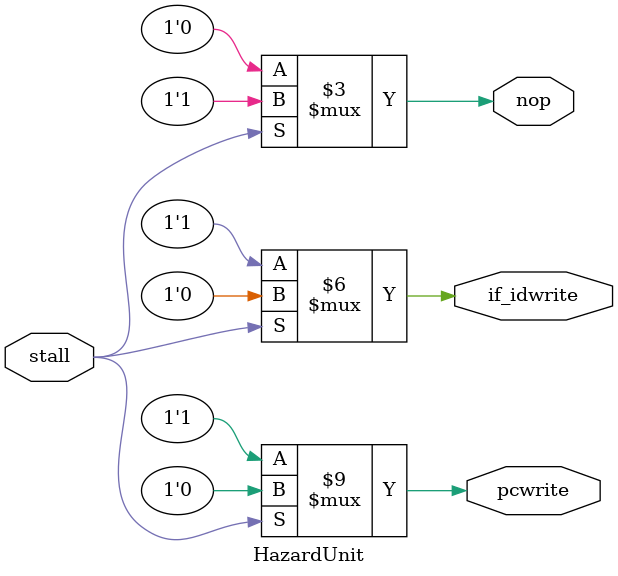
<source format=v>
`timescale 1ns / 1ps


module HazardUnit(
    input stall,
    output reg pcwrite,
    output reg if_idwrite,
    output reg nop
    );
    always @ * begin
        pcwrite = 1;
        if_idwrite = 1;
        nop = 0;
        if (stall) begin
            pcwrite = 0;//pc不使能，pc停在当前指令
            if_idwrite = 0;//D级寄存器不写,停在当前指令
            nop = 1;//做后续信号的清空
        end
    end
endmodule

</source>
